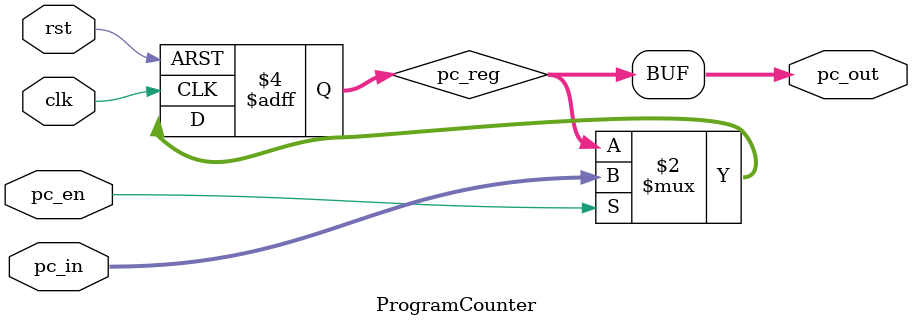
<source format=sv>

module ProgramCounter(
    input logic clk, rst,
    input logic [7:0] pc_in, 
    output logic [7:0] pc_out,
    input logic pc_en
);
    // PC register
    logic [7:0] pc_reg;

    // PC register update
    always_ff @(posedge clk or posedge rst) begin
        if (rst) begin
            pc_reg <= 8'b0; // Reset PC to 0
        end else if (pc_en) begin
            pc_reg <= pc_in; // Update PC with input value
        end
    end

    // Output the current value of the PC register
    assign pc_out = pc_reg;
endmodule

</source>
